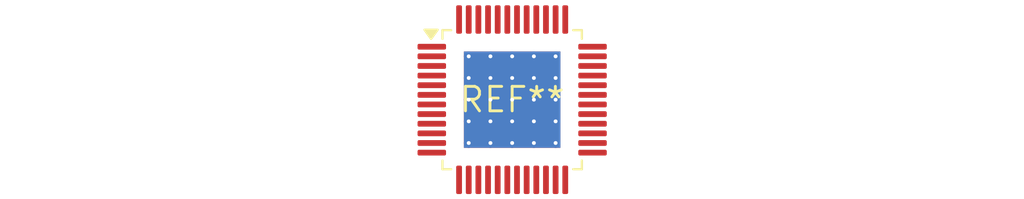
<source format=kicad_pcb>
(kicad_pcb (version 20240108) (generator pcbnew)
  (layers (0 "F.Cu" signal) (31 "B.Cu" signal) (34 "B.Paste" user) (35 "F.Paste" user) (36 "B.SilkS" user "B.Silkscreen") (37 "F.SilkS" user "F.Silkscreen") (38 "B.Mask" user) (39 "F.Mask" user) (44 "Edge.Cuts" user))
  (net 0 "")
  (footprint "TQFP-48-1EP_7x7mm_P0.5mm_EP5x5mm_ThermalVias" (layer "F.Cu") (at 0 0)
    (property "Reference" "REF**")
    (property "Value" "TQFP-48-1EP_7x7mm_P0.5mm_EP5x5mm_ThermalVias")
    (fp_line (start -3.61 -3.61) (end -3.61 -3.16) (layer "F.SilkS") (stroke (width 0.12)))
    (fp_line (start -3.61 3.61) (end -3.61 3.16) (layer "F.SilkS") (stroke (width 0.12)))
    (fp_line (start -3.16 -3.61) (end -3.61 -3.61) (layer "F.SilkS") (stroke (width 0.12)))
    (fp_line (start -3.16 3.61) (end -3.61 3.61) (layer "F.SilkS") (stroke (width 0.12)))
    (fp_line (start 3.16 -3.61) (end 3.61 -3.61) (layer "F.SilkS") (stroke (width 0.12)))
    (fp_line (start 3.16 3.61) (end 3.61 3.61) (layer "F.SilkS") (stroke (width 0.12)))
    (fp_line (start 3.61 -3.61) (end 3.61 -3.16) (layer "F.SilkS") (stroke (width 0.12)))
    (fp_line (start 3.61 3.61) (end 3.61 3.16) (layer "F.SilkS") (stroke (width 0.12)))
    (fp_poly (pts (xy -4.2 -3.16) (xy -4.54 -3.63) (xy -3.86 -3.63) (xy -4.2 -3.16)) (layer "F.SilkS") (stroke (width 0.12)) (fill solid))
    (pad "1" smd roundrect (at -4.1625 -2.75) (size 1.475 0.3) (layers "F.Cu" "F.Paste" "F.Mask"))
    (pad "2" smd roundrect (at -4.1625 -2.25) (size 1.475 0.3) (layers "F.Cu" "F.Paste" "F.Mask"))
    (pad "3" smd roundrect (at -4.1625 -1.75) (size 1.475 0.3) (layers "F.Cu" "F.Paste" "F.Mask"))
    (pad "4" smd roundrect (at -4.1625 -1.25) (size 1.475 0.3) (layers "F.Cu" "F.Paste" "F.Mask"))
    (pad "5" smd roundrect (at -4.1625 -0.75) (size 1.475 0.3) (layers "F.Cu" "F.Paste" "F.Mask"))
    (pad "6" smd roundrect (at -4.1625 -0.25) (size 1.475 0.3) (layers "F.Cu" "F.Paste" "F.Mask"))
    (pad "7" smd roundrect (at -4.1625 0.25) (size 1.475 0.3) (layers "F.Cu" "F.Paste" "F.Mask"))
    (pad "8" smd roundrect (at -4.1625 0.75) (size 1.475 0.3) (layers "F.Cu" "F.Paste" "F.Mask"))
    (pad "9" smd roundrect (at -4.1625 1.25) (size 1.475 0.3) (layers "F.Cu" "F.Paste" "F.Mask"))
    (pad "10" smd roundrect (at -4.1625 1.75) (size 1.475 0.3) (layers "F.Cu" "F.Paste" "F.Mask"))
    (pad "11" smd roundrect (at -4.1625 2.25) (size 1.475 0.3) (layers "F.Cu" "F.Paste" "F.Mask"))
    (pad "12" smd roundrect (at -4.1625 2.75) (size 1.475 0.3) (layers "F.Cu" "F.Paste" "F.Mask"))
    (pad "13" smd roundrect (at -2.75 4.1625) (size 0.3 1.475) (layers "F.Cu" "F.Paste" "F.Mask"))
    (pad "14" smd roundrect (at -2.25 4.1625) (size 0.3 1.475) (layers "F.Cu" "F.Paste" "F.Mask"))
    (pad "15" smd roundrect (at -1.75 4.1625) (size 0.3 1.475) (layers "F.Cu" "F.Paste" "F.Mask"))
    (pad "16" smd roundrect (at -1.25 4.1625) (size 0.3 1.475) (layers "F.Cu" "F.Paste" "F.Mask"))
    (pad "17" smd roundrect (at -0.75 4.1625) (size 0.3 1.475) (layers "F.Cu" "F.Paste" "F.Mask"))
    (pad "18" smd roundrect (at -0.25 4.1625) (size 0.3 1.475) (layers "F.Cu" "F.Paste" "F.Mask"))
    (pad "19" smd roundrect (at 0.25 4.1625) (size 0.3 1.475) (layers "F.Cu" "F.Paste" "F.Mask"))
    (pad "20" smd roundrect (at 0.75 4.1625) (size 0.3 1.475) (layers "F.Cu" "F.Paste" "F.Mask"))
    (pad "21" smd roundrect (at 1.25 4.1625) (size 0.3 1.475) (layers "F.Cu" "F.Paste" "F.Mask"))
    (pad "22" smd roundrect (at 1.75 4.1625) (size 0.3 1.475) (layers "F.Cu" "F.Paste" "F.Mask"))
    (pad "23" smd roundrect (at 2.25 4.1625) (size 0.3 1.475) (layers "F.Cu" "F.Paste" "F.Mask"))
    (pad "24" smd roundrect (at 2.75 4.1625) (size 0.3 1.475) (layers "F.Cu" "F.Paste" "F.Mask"))
    (pad "25" smd roundrect (at 4.1625 2.75) (size 1.475 0.3) (layers "F.Cu" "F.Paste" "F.Mask"))
    (pad "26" smd roundrect (at 4.1625 2.25) (size 1.475 0.3) (layers "F.Cu" "F.Paste" "F.Mask"))
    (pad "27" smd roundrect (at 4.1625 1.75) (size 1.475 0.3) (layers "F.Cu" "F.Paste" "F.Mask"))
    (pad "28" smd roundrect (at 4.1625 1.25) (size 1.475 0.3) (layers "F.Cu" "F.Paste" "F.Mask"))
    (pad "29" smd roundrect (at 4.1625 0.75) (size 1.475 0.3) (layers "F.Cu" "F.Paste" "F.Mask"))
    (pad "30" smd roundrect (at 4.1625 0.25) (size 1.475 0.3) (layers "F.Cu" "F.Paste" "F.Mask"))
    (pad "31" smd roundrect (at 4.1625 -0.25) (size 1.475 0.3) (layers "F.Cu" "F.Paste" "F.Mask"))
    (pad "32" smd roundrect (at 4.1625 -0.75) (size 1.475 0.3) (layers "F.Cu" "F.Paste" "F.Mask"))
    (pad "33" smd roundrect (at 4.1625 -1.25) (size 1.475 0.3) (layers "F.Cu" "F.Paste" "F.Mask"))
    (pad "34" smd roundrect (at 4.1625 -1.75) (size 1.475 0.3) (layers "F.Cu" "F.Paste" "F.Mask"))
    (pad "35" smd roundrect (at 4.1625 -2.25) (size 1.475 0.3) (layers "F.Cu" "F.Paste" "F.Mask"))
    (pad "36" smd roundrect (at 4.1625 -2.75) (size 1.475 0.3) (layers "F.Cu" "F.Paste" "F.Mask"))
    (pad "37" smd roundrect (at 2.75 -4.1625) (size 0.3 1.475) (layers "F.Cu" "F.Paste" "F.Mask"))
    (pad "38" smd roundrect (at 2.25 -4.1625) (size 0.3 1.475) (layers "F.Cu" "F.Paste" "F.Mask"))
    (pad "39" smd roundrect (at 1.75 -4.1625) (size 0.3 1.475) (layers "F.Cu" "F.Paste" "F.Mask"))
    (pad "40" smd roundrect (at 1.25 -4.1625) (size 0.3 1.475) (layers "F.Cu" "F.Paste" "F.Mask"))
    (pad "41" smd roundrect (at 0.75 -4.1625) (size 0.3 1.475) (layers "F.Cu" "F.Paste" "F.Mask"))
    (pad "42" smd roundrect (at 0.25 -4.1625) (size 0.3 1.475) (layers "F.Cu" "F.Paste" "F.Mask"))
    (pad "43" smd roundrect (at -0.25 -4.1625) (size 0.3 1.475) (layers "F.Cu" "F.Paste" "F.Mask"))
    (pad "44" smd roundrect (at -0.75 -4.1625) (size 0.3 1.475) (layers "F.Cu" "F.Paste" "F.Mask"))
    (pad "45" smd roundrect (at -1.25 -4.1625) (size 0.3 1.475) (layers "F.Cu" "F.Paste" "F.Mask"))
    (pad "46" smd roundrect (at -1.75 -4.1625) (size 0.3 1.475) (layers "F.Cu" "F.Paste" "F.Mask"))
    (pad "47" smd roundrect (at -2.25 -4.1625) (size 0.3 1.475) (layers "F.Cu" "F.Paste" "F.Mask"))
    (pad "48" smd roundrect (at -2.75 -4.1625) (size 0.3 1.475) (layers "F.Cu" "F.Paste" "F.Mask"))
    (pad "49" thru_hole circle (at -2.25 -2.25) (size 0.5 0.5) (drill 0.2) (property pad_prop_heatsink) (layers *.Cu) (remove_unused_layers))
    (pad "49" thru_hole circle (at -2.25 -1.125) (size 0.5 0.5) (drill 0.2) (property pad_prop_heatsink) (layers *.Cu) (remove_unused_layers))
    (pad "49" thru_hole circle (at -2.25 0) (size 0.5 0.5) (drill 0.2) (property pad_prop_heatsink) (layers *.Cu) (remove_unused_layers))
    (pad "49" thru_hole circle (at -2.25 1.125) (size 0.5 0.5) (drill 0.2) (property pad_prop_heatsink) (layers *.Cu) (remove_unused_layers))
    (pad "49" thru_hole circle (at -2.25 2.25) (size 0.5 0.5) (drill 0.2) (property pad_prop_heatsink) (layers *.Cu) (remove_unused_layers))
    (pad "49" thru_hole circle (at -1.125 -2.25) (size 0.5 0.5) (drill 0.2) (property pad_prop_heatsink) (layers *.Cu) (remove_unused_layers))
    (pad "49" thru_hole circle (at -1.125 -1.125) (size 0.5 0.5) (drill 0.2) (property pad_prop_heatsink) (layers *.Cu) (remove_unused_layers))
    (pad "49" thru_hole circle (at -1.125 0) (size 0.5 0.5) (drill 0.2) (property pad_prop_heatsink) (layers *.Cu) (remove_unused_layers))
    (pad "49" thru_hole circle (at -1.125 1.125) (size 0.5 0.5) (drill 0.2) (property pad_prop_heatsink) (layers *.Cu) (remove_unused_layers))
    (pad "49" thru_hole circle (at -1.125 2.25) (size 0.5 0.5) (drill 0.2) (property pad_prop_heatsink) (layers *.Cu) (remove_unused_layers))
    (pad "49" thru_hole circle (at 0 -2.25) (size 0.5 0.5) (drill 0.2) (property pad_prop_heatsink) (layers *.Cu) (remove_unused_layers))
    (pad "49" thru_hole circle (at 0 -1.125) (size 0.5 0.5) (drill 0.2) (property pad_prop_heatsink) (layers *.Cu) (remove_unused_layers))
    (pad "49" thru_hole circle (at 0 0) (size 0.5 0.5) (drill 0.2) (property pad_prop_heatsink) (layers *.Cu) (remove_unused_layers))
    (pad "49" smd rect (at 0 0) (size 5 5) (property pad_prop_heatsink) (layers "F.Cu" "F.Mask"))
    (pad "49" smd rect (at 0 0) (size 5 5) (property pad_prop_heatsink) (layers "B.Cu"))
    (pad "49" thru_hole circle (at 0 1.125) (size 0.5 0.5) (drill 0.2) (property pad_prop_heatsink) (layers *.Cu) (remove_unused_layers))
    (pad "49" thru_hole circle (at 0 2.25) (size 0.5 0.5) (drill 0.2) (property pad_prop_heatsink) (layers *.Cu) (remove_unused_layers))
    (pad "49" thru_hole circle (at 1.125 -2.25) (size 0.5 0.5) (drill 0.2) (property pad_prop_heatsink) (layers *.Cu) (remove_unused_layers))
    (pad "49" thru_hole circle (at 1.125 -1.125) (size 0.5 0.5) (drill 0.2) (property pad_prop_heatsink) (layers *.Cu) (remove_unused_layers))
    (pad "49" thru_hole circle (at 1.125 0) (size 0.5 0.5) (drill 0.2) (property pad_prop_heatsink) (layers *.Cu) (remove_unused_layers))
    (pad "49" thru_hole circle (at 1.125 1.125) (size 0.5 0.5) (drill 0.2) (property pad_prop_heatsink) (layers *.Cu) (remove_unused_layers))
    (pad "49" thru_hole circle (at 1.125 2.25) (size 0.5 0.5) (drill 0.2) (property pad_prop_heatsink) (layers *.Cu) (remove_unused_layers))
    (pad "49" thru_hole circle (at 2.25 -2.25) (size 0.5 0.5) (drill 0.2) (property pad_prop_heatsink) (layers *.Cu) (remove_unused_layers))
    (pad "49" thru_hole circle (at 2.25 -1.125) (size 0.5 0.5) (drill 0.2) (property pad_prop_heatsink) (layers *.Cu) (remove_unused_layers))
    (pad "49" thru_hole circle (at 2.25 0) (size 0.5 0.5) (drill 0.2) (property pad_prop_heatsink) (layers *.Cu) (remove_unused_layers))
    (pad "49" thru_hole circle (at 2.25 1.125) (size 0.5 0.5) (drill 0.2) (property pad_prop_heatsink) (layers *.Cu) (remove_unused_layers))
    (pad "49" thru_hole circle (at 2.25 2.25) (size 0.5 0.5) (drill 0.2) (property pad_prop_heatsink) (layers *.Cu) (remove_unused_layers))
  )
)
</source>
